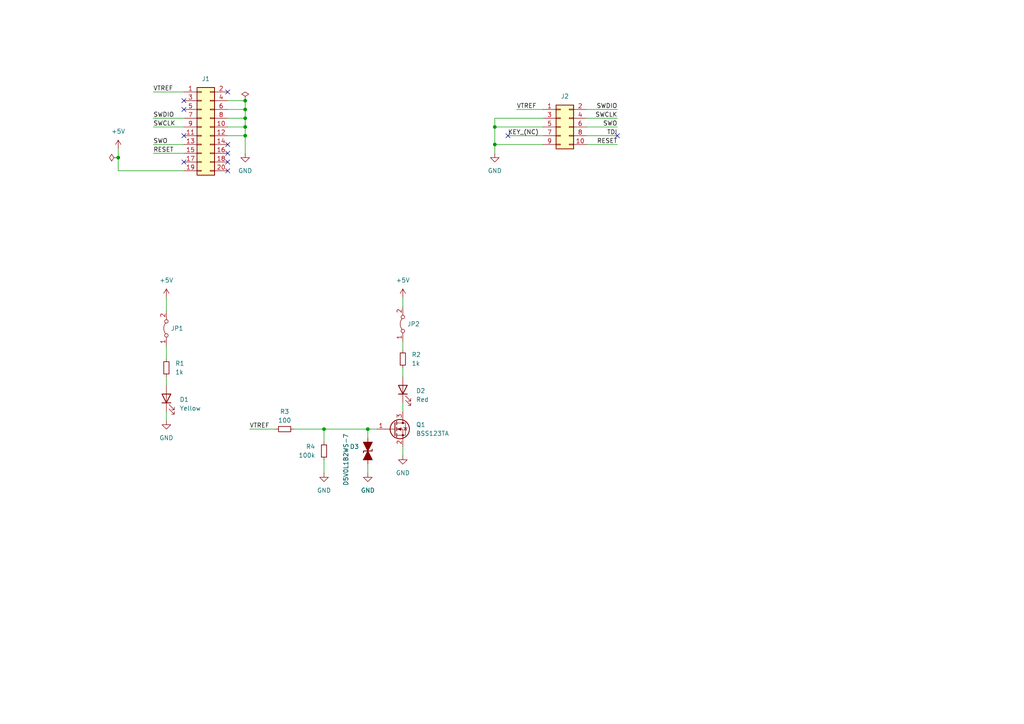
<source format=kicad_sch>
(kicad_sch (version 20230121) (generator eeschema)
  (paper "A4")
  (title_block (title "jlink-adapter") (rev "0.0") (company "SK Electronics Consulting"))
  (lib_symbols
    (symbol "Connector_Generic:Conn_02x05_Odd_Even" (pin_names (offset 1.016) hide)
      (property "Reference" "J" (at 1.27 7.62 0))
      (property "Value" "Conn_02x05_Odd_Even" (at 1.27 -7.62 0))
      (symbol "Conn_02x05_Odd_Even_1_1"
        (rectangle (start -1.27 -4.953) (end 0 -5.207) (stroke (width 0.1524)))
        (rectangle (start -1.27 -2.413) (end 0 -2.667) (stroke (width 0.1524)))
        (rectangle (start -1.27 0.127) (end 0 -0.127) (stroke (width 0.1524)))
        (rectangle (start -1.27 2.667) (end 0 2.413) (stroke (width 0.1524)))
        (rectangle (start -1.27 5.207) (end 0 4.953) (stroke (width 0.1524)))
        (rectangle (start -1.27 6.35) (end 3.81 -6.35) (stroke (width 0.254)) (fill (type background)))
        (rectangle (start 3.81 -4.953) (end 2.54 -5.207) (stroke (width 0.1524)))
        (rectangle (start 3.81 -2.413) (end 2.54 -2.667) (stroke (width 0.1524)))
        (rectangle (start 3.81 0.127) (end 2.54 -0.127) (stroke (width 0.1524)))
        (rectangle (start 3.81 2.667) (end 2.54 2.413) (stroke (width 0.1524)))
        (rectangle (start 3.81 5.207) (end 2.54 4.953) (stroke (width 0.1524)))
        (pin passive line (at -5.08 5.08 0) (length 3.81) (name "Pin_1") (number "1"))
        (pin passive line (at 7.62 -5.08 180) (length 3.81) (name "Pin_10") (number "10"))
        (pin passive line (at 7.62 5.08 180) (length 3.81) (name "Pin_2") (number "2"))
        (pin passive line (at -5.08 2.54 0) (length 3.81) (name "Pin_3") (number "3"))
        (pin passive line (at 7.62 2.54 180) (length 3.81) (name "Pin_4") (number "4"))
        (pin passive line (at -5.08 0 0) (length 3.81) (name "Pin_5") (number "5"))
        (pin passive line (at 7.62 0 180) (length 3.81) (name "Pin_6") (number "6"))
        (pin passive line (at -5.08 -2.54 0) (length 3.81) (name "Pin_7") (number "7"))
        (pin passive line (at 7.62 -2.54 180) (length 3.81) (name "Pin_8") (number "8"))
        (pin passive line (at -5.08 -5.08 0) (length 3.81) (name "Pin_9") (number "9"))
      )
    )
    (symbol "Connector_Generic:Conn_02x10_Odd_Even" (pin_names (offset 1.016) hide)
      (property "Reference" "J" (at 1.27 12.7 0))
      (property "Value" "Conn_02x10_Odd_Even" (at 1.27 -15.24 0))
      (symbol "Conn_02x10_Odd_Even_1_1"
        (rectangle (start -1.27 -12.573) (end 0 -12.827) (stroke (width 0.1524)))
        (rectangle (start -1.27 -10.033) (end 0 -10.287) (stroke (width 0.1524)))
        (rectangle (start -1.27 -7.493) (end 0 -7.747) (stroke (width 0.1524)))
        (rectangle (start -1.27 -4.953) (end 0 -5.207) (stroke (width 0.1524)))
        (rectangle (start -1.27 -2.413) (end 0 -2.667) (stroke (width 0.1524)))
        (rectangle (start -1.27 0.127) (end 0 -0.127) (stroke (width 0.1524)))
        (rectangle (start -1.27 2.667) (end 0 2.413) (stroke (width 0.1524)))
        (rectangle (start -1.27 5.207) (end 0 4.953) (stroke (width 0.1524)))
        (rectangle (start -1.27 7.747) (end 0 7.493) (stroke (width 0.1524)))
        (rectangle (start -1.27 10.287) (end 0 10.033) (stroke (width 0.1524)))
        (rectangle (start -1.27 11.43) (end 3.81 -13.97) (stroke (width 0.254)) (fill (type background)))
        (rectangle (start 3.81 -12.573) (end 2.54 -12.827) (stroke (width 0.1524)))
        (rectangle (start 3.81 -10.033) (end 2.54 -10.287) (stroke (width 0.1524)))
        (rectangle (start 3.81 -7.493) (end 2.54 -7.747) (stroke (width 0.1524)))
        (rectangle (start 3.81 -4.953) (end 2.54 -5.207) (stroke (width 0.1524)))
        (rectangle (start 3.81 -2.413) (end 2.54 -2.667) (stroke (width 0.1524)))
        (rectangle (start 3.81 0.127) (end 2.54 -0.127) (stroke (width 0.1524)))
        (rectangle (start 3.81 2.667) (end 2.54 2.413) (stroke (width 0.1524)))
        (rectangle (start 3.81 5.207) (end 2.54 4.953) (stroke (width 0.1524)))
        (rectangle (start 3.81 7.747) (end 2.54 7.493) (stroke (width 0.1524)))
        (rectangle (start 3.81 10.287) (end 2.54 10.033) (stroke (width 0.1524)))
        (pin passive line (at -5.08 10.16 0) (length 3.81) (name "Pin_1") (number "1"))
        (pin passive line (at 7.62 0 180) (length 3.81) (name "Pin_10") (number "10"))
        (pin passive line (at -5.08 -2.54 0) (length 3.81) (name "Pin_11") (number "11"))
        (pin passive line (at 7.62 -2.54 180) (length 3.81) (name "Pin_12") (number "12"))
        (pin passive line (at -5.08 -5.08 0) (length 3.81) (name "Pin_13") (number "13"))
        (pin passive line (at 7.62 -5.08 180) (length 3.81) (name "Pin_14") (number "14"))
        (pin passive line (at -5.08 -7.62 0) (length 3.81) (name "Pin_15") (number "15"))
        (pin passive line (at 7.62 -7.62 180) (length 3.81) (name "Pin_16") (number "16"))
        (pin passive line (at -5.08 -10.16 0) (length 3.81) (name "Pin_17") (number "17"))
        (pin passive line (at 7.62 -10.16 180) (length 3.81) (name "Pin_18") (number "18"))
        (pin passive line (at -5.08 -12.7 0) (length 3.81) (name "Pin_19") (number "19"))
        (pin passive line (at 7.62 10.16 180) (length 3.81) (name "Pin_2") (number "2"))
        (pin passive line (at 7.62 -12.7 180) (length 3.81) (name "Pin_20") (number "20"))
        (pin passive line (at -5.08 7.62 0) (length 3.81) (name "Pin_3") (number "3"))
        (pin passive line (at 7.62 7.62 180) (length 3.81) (name "Pin_4") (number "4"))
        (pin passive line (at -5.08 5.08 0) (length 3.81) (name "Pin_5") (number "5"))
        (pin passive line (at 7.62 5.08 180) (length 3.81) (name "Pin_6") (number "6"))
        (pin passive line (at -5.08 2.54 0) (length 3.81) (name "Pin_7") (number "7"))
        (pin passive line (at 7.62 2.54 180) (length 3.81) (name "Pin_8") (number "8"))
        (pin passive line (at -5.08 0 0) (length 3.81) (name "Pin_9") (number "9"))
      )
    )
    (symbol "Device:D_TVS_Filled" (pin_numbers hide) (pin_names (offset 1.016) hide)
      (property "Reference" "D" (at 0 2.54 0))
      (property "Value" "D_TVS_Filled" (at 0 -2.54 0))
      (symbol "D_TVS_Filled_0_1"
        (polyline (pts (xy 1.27 0) (xy -1.27 0)))
        (polyline (pts (xy -2.54 -1.27) (xy 0 0) (xy -2.54 1.27) (xy -2.54 -1.27)) (stroke (width 0.254)) (fill (type outline)))
        (polyline (pts (xy 0.508 1.27) (xy 0 1.27) (xy 0 -1.27) (xy -0.508 -1.27)) (stroke (width 0.254)))
        (polyline (pts (xy 2.54 1.27) (xy 2.54 -1.27) (xy 0 0) (xy 2.54 1.27)) (stroke (width 0.254)) (fill (type outline)))
      )
      (symbol "D_TVS_Filled_1_1"
        (pin passive line (at -3.81 0 0) (length 2.54) (name "A1") (number "1"))
        (pin passive line (at 3.81 0 180) (length 2.54) (name "A2") (number "2"))
      )
    )
    (symbol "Device:LED" (pin_numbers hide) (pin_names (offset 1.016) hide)
      (property "Reference" "D" (at 0 2.54 0))
      (property "Value" "LED" (at 0 -2.54 0))
      (symbol "LED_0_1"
        (polyline (pts (xy -1.27 -1.27) (xy -1.27 1.27)) (stroke (width 0.254)))
        (polyline (pts (xy -1.27 0) (xy 1.27 0)))
        (polyline (pts (xy 1.27 -1.27) (xy 1.27 1.27) (xy -1.27 0) (xy 1.27 -1.27)) (stroke (width 0.254)))
        (polyline (pts (xy -3.048 -0.762) (xy -4.572 -2.286) (xy -3.81 -2.286) (xy -4.572 -2.286) (xy -4.572 -1.524)))
        (polyline (pts (xy -1.778 -0.762) (xy -3.302 -2.286) (xy -2.54 -2.286) (xy -3.302 -2.286) (xy -3.302 -1.524)))
      )
      (symbol "LED_1_1"
        (pin passive line (at -3.81 0 0) (length 2.54) (name "K") (number "1"))
        (pin passive line (at 3.81 0 180) (length 2.54) (name "A") (number "2"))
      )
    )
    (symbol "Device:Q_NMOS_GSD" (pin_names (offset 0) hide)
      (property "Reference" "Q" (at 5.08 1.27 0))
      (property "Value" "Q_NMOS_GSD" (at 5.08 -1.27 0))
      (symbol "Q_NMOS_GSD_0_1"
        (polyline (pts (xy 0.254 0) (xy -2.54 0)))
        (polyline (pts (xy 0.254 1.905) (xy 0.254 -1.905)) (stroke (width 0.254)))
        (polyline (pts (xy 0.762 -1.27) (xy 0.762 -2.286)) (stroke (width 0.254)))
        (polyline (pts (xy 0.762 0.508) (xy 0.762 -0.508)) (stroke (width 0.254)))
        (polyline (pts (xy 0.762 2.286) (xy 0.762 1.27)) (stroke (width 0.254)))
        (polyline (pts (xy 2.54 2.54) (xy 2.54 1.778)))
        (polyline (pts (xy 2.54 -2.54) (xy 2.54 0) (xy 0.762 0)))
        (polyline (pts (xy 0.762 -1.778) (xy 3.302 -1.778) (xy 3.302 1.778) (xy 0.762 1.778)))
        (polyline (pts (xy 1.016 0) (xy 2.032 0.381) (xy 2.032 -0.381) (xy 1.016 0)) (fill (type outline)))
        (polyline (pts (xy 2.794 0.508) (xy 2.921 0.381) (xy 3.683 0.381) (xy 3.81 0.254)))
        (polyline (pts (xy 3.302 0.381) (xy 2.921 -0.254) (xy 3.683 -0.254) (xy 3.302 0.381)))
        (circle (center 1.651 0) (radius 2.794) (stroke (width 0.254)))
        (circle (center 2.54 -1.778) (radius 0.254) (fill (type outline)))
        (circle (center 2.54 1.778) (radius 0.254) (fill (type outline)))
      )
      (symbol "Q_NMOS_GSD_1_1"
        (pin input line (at -5.08 0 0) (length 2.54) (name "G") (number "1"))
        (pin passive line (at 2.54 -5.08 90) (length 2.54) (name "S") (number "2"))
        (pin passive line (at 2.54 5.08 270) (length 2.54) (name "D") (number "3"))
      )
    )
    (symbol "Device:R_Small" (pin_numbers hide) (pin_names (offset 0.254) hide)
      (property "Reference" "R" (at 0.762 0.508 0))
      (property "Value" "R_Small" (at 0.762 -1.016 0))
      (symbol "R_Small_0_1"
        (rectangle (start -0.762 1.778) (end 0.762 -1.778) (stroke (width 0.2032)))
      )
      (symbol "R_Small_1_1"
        (pin passive line (at 0 2.54 270) (length 0.762) (name "~") (number "1"))
        (pin passive line (at 0 -2.54 90) (length 0.762) (name "~") (number "2"))
      )
    )
    (symbol "Jumper:Jumper_2_Bridged" (pin_names (offset 0) hide)
      (property "Reference" "JP" (at 0 1.905 0))
      (property "Value" "Jumper_2_Bridged" (at 0 -2.54 0))
      (symbol "Jumper_2_Bridged_0_0"
        (circle (center -2.032 0) (radius 0.508))
        (circle (center 2.032 0) (radius 0.508))
      )
      (symbol "Jumper_2_Bridged_0_1"
        (arc (start 1.524 0.254) (mid 0 0.762) (end -1.524 0.254))
      )
      (symbol "Jumper_2_Bridged_1_1"
        (pin passive line (at -5.08 0 0) (length 2.54) (name "A") (number "1"))
        (pin passive line (at 5.08 0 180) (length 2.54) (name "B") (number "2"))
      )
    )
    (symbol "power:+5V" (power) (pin_names (offset 0))
      (property "Value" "+5V" (at 0 3.556 0))
      (symbol "+5V_0_1"
        (polyline (pts (xy -0.762 1.27) (xy 0 2.54)))
        (polyline (pts (xy 0 0) (xy 0 2.54)))
        (polyline (pts (xy 0 2.54) (xy 0.762 1.27)))
      )
      (symbol "+5V_1_1"
        (pin power_in line (at 0 0 90) (length 0) hide (name "+5V") (number "1"))
      )
    )
    (symbol "power:GND" (power) (pin_names (offset 0))
      (property "Value" "GND" (at 0 -3.81 0))
      (symbol "GND_0_1"
        (polyline (pts (xy 0 0) (xy 0 -1.27) (xy 1.27 -1.27) (xy 0 -2.54) (xy -1.27 -1.27) (xy 0 -1.27)))
      )
      (symbol "GND_1_1"
        (pin power_in line (at 0 0 270) (length 0) hide (name "GND") (number "1"))
      )
    )
    (symbol "power:PWR_FLAG" (power) (pin_numbers hide) (pin_names (offset 0) hide)
      (property "Value" "PWR_FLAG" (at 0 3.81 0))
      (symbol "PWR_FLAG_0_0"
        (pin power_out line (at 0 0 90) (length 0) (name "pwr") (number "1"))
      )
      (symbol "PWR_FLAG_0_1"
        (polyline (pts (xy 0 0) (xy 0 1.27) (xy -1.016 1.905) (xy 0 2.54) (xy 1.016 1.905) (xy 0 1.27)))
      )
    )
  )
  (junction (at 71.12 36.83))
  (junction (at 93.98 124.46))
  (junction (at 143.51 36.83))
  (junction (at 34.29 45.72))
  (junction (at 71.12 34.29))
  (junction (at 106.68 124.46))
  (junction (at 71.12 31.75))
  (junction (at 143.51 41.91))
  (junction (at 71.12 39.37))
  (junction (at 71.12 29.21))
  (no_connect (at 66.04 49.53))
  (no_connect (at 66.04 46.99))
  (no_connect (at 147.32 39.37))
  (no_connect (at 53.34 31.75))
  (no_connect (at 66.04 26.67))
  (no_connect (at 179.07 39.37))
  (no_connect (at 53.34 39.37))
  (no_connect (at 53.34 46.99))
  (no_connect (at 66.04 41.91))
  (no_connect (at 53.34 29.21))
  (no_connect (at 66.04 44.45))
  (wire (pts (xy 71.12 29.21) (xy 71.12 31.75)))
  (wire (pts (xy 93.98 124.46) (xy 106.68 124.46)))
  (wire (pts (xy 34.29 45.72) (xy 34.29 43.18)))
  (wire (pts (xy 143.51 36.83) (xy 157.48 36.83)))
  (wire (pts (xy 143.51 41.91) (xy 157.48 41.91)))
  (wire (pts (xy 116.84 86.36) (xy 116.84 88.9)))
  (wire (pts (xy 71.12 31.75) (xy 66.04 31.75)))
  (wire (pts (xy 85.09 124.46) (xy 93.98 124.46)))
  (wire (pts (xy 170.18 41.91) (xy 179.07 41.91)))
  (wire (pts (xy 116.84 99.06) (xy 116.84 101.6)))
  (wire (pts (xy 170.18 39.37) (xy 179.07 39.37)))
  (wire (pts (xy 93.98 133.35) (xy 93.98 137.16)))
  (wire (pts (xy 71.12 36.83) (xy 66.04 36.83)))
  (wire (pts (xy 106.68 127) (xy 106.68 124.46)))
  (wire (pts (xy 106.68 134.62) (xy 106.68 137.16)))
  (wire (pts (xy 71.12 29.21) (xy 66.04 29.21)))
  (wire (pts (xy 143.51 34.29) (xy 157.48 34.29)))
  (wire (pts (xy 143.51 41.91) (xy 143.51 44.45)))
  (wire (pts (xy 71.12 39.37) (xy 71.12 44.45)))
  (wire (pts (xy 71.12 36.83) (xy 71.12 39.37)))
  (wire (pts (xy 44.45 44.45) (xy 53.34 44.45)))
  (wire (pts (xy 44.45 34.29) (xy 53.34 34.29)))
  (wire (pts (xy 143.51 34.29) (xy 143.51 36.83)))
  (wire (pts (xy 48.26 86.36) (xy 48.26 90.17)))
  (wire (pts (xy 72.39 124.46) (xy 80.01 124.46)))
  (wire (pts (xy 44.45 26.67) (xy 53.34 26.67)))
  (wire (pts (xy 116.84 106.68) (xy 116.84 109.22)))
  (wire (pts (xy 116.84 116.84) (xy 116.84 119.38)))
  (wire (pts (xy 48.26 109.22) (xy 48.26 111.76)))
  (wire (pts (xy 71.12 31.75) (xy 71.12 34.29)))
  (wire (pts (xy 44.45 36.83) (xy 53.34 36.83)))
  (wire (pts (xy 170.18 34.29) (xy 179.07 34.29)))
  (wire (pts (xy 34.29 49.53) (xy 34.29 45.72)))
  (wire (pts (xy 48.26 119.38) (xy 48.26 121.92)))
  (wire (pts (xy 143.51 36.83) (xy 143.51 41.91)))
  (wire (pts (xy 147.32 39.37) (xy 157.48 39.37)))
  (wire (pts (xy 170.18 31.75) (xy 179.07 31.75)))
  (wire (pts (xy 93.98 124.46) (xy 93.98 128.27)))
  (wire (pts (xy 149.86 31.75) (xy 157.48 31.75)))
  (wire (pts (xy 170.18 36.83) (xy 179.07 36.83)))
  (wire (pts (xy 71.12 34.29) (xy 71.12 36.83)))
  (wire (pts (xy 116.84 129.54) (xy 116.84 132.08)))
  (wire (pts (xy 71.12 39.37) (xy 66.04 39.37)))
  (wire (pts (xy 106.68 124.46) (xy 109.22 124.46)))
  (wire (pts (xy 71.12 34.29) (xy 66.04 34.29)))
  (wire (pts (xy 48.26 100.33) (xy 48.26 104.14)))
  (wire (pts (xy 44.45 41.91) (xy 53.34 41.91)))
  (wire (pts (xy 53.34 49.53) (xy 34.29 49.53)))
  (label "SWDIO" (at 44.45 34.29 0))
  (label "VTREF" (at 72.39 124.46 0))
  (label "SWCLK" (at 44.45 36.83 0))
  (label "SWCLK" (at 179.07 34.29 180))
  (label "TDI" (at 179.07 39.37 180))
  (label "RESET" (at 44.45 44.45 0))
  (label "RESET" (at 179.07 41.91 180))
  (label "SWDIO" (at 179.07 31.75 180))
  (label "SWO" (at 179.07 36.83 180))
  (label "KEY_(NC)" (at 147.32 39.37 0))
  (label "VTREF" (at 44.45 26.67 0))
  (label "SWO" (at 44.45 41.91 0))
  (label "VTREF" (at 149.86 31.75 0))
  (symbol (lib_id "power:GND") (at 116.84 132.08 0) (unit 1)
    (property "Reference" "#PWR07" (effects hide))
    (property "Value" "GND" (at 116.84 137.16 0))
  )
  (symbol (lib_id "Device:R_Small") (at 116.84 104.14 0) (unit 1)
    (property "Reference" "R2" (at 119.38 102.87 0) (effects (justify left)))
    (property "Value" "1k" (at 119.38 105.41 0) (effects (justify left)))
    (property "Footprint" "Resistor_SMD:R_0402_1005Metric_Pad0.72x0.64mm_HandSolder" (effects hide))
  )
  (symbol (lib_id "power:PWR_FLAG") (at 34.29 45.72 90) (unit 1)
    (property "Reference" "#FLG02" (effects hide))
    (property "Value" "PWR_FLAG" (effects hide))
  )
  (symbol (lib_id "Device:LED") (at 116.84 113.03 90) (unit 1)
    (property "Reference" "D2" (at 120.65 113.3475 90) (effects (justify right)))
    (property "Value" "Red" (at 120.65 115.8875 90) (effects (justify right)))
    (property "Footprint" "LED_SMD:LED_1206_3216Metric_Pad1.42x1.75mm_HandSolder" (effects hide))
    (property "Part Num" "LTST-C150CKT" (effects hide))
  )
  (symbol (lib_id "power:PWR_FLAG") (at 71.12 29.21 0) (unit 1)
    (property "Reference" "#FLG01" (effects hide))
    (property "Value" "PWR_FLAG" (effects hide))
  )
  (symbol (lib_id "Jumper:Jumper_2_Bridged") (at 48.26 95.25 90) (unit 1)
    (property "Reference" "JP1" (at 49.53 95.25 90) (effects (justify right)))
    (property "Value" "Jumper_2_Bridged" (effects hide))
    (property "Footprint" "Jumper:SolderJumper-2_P1.3mm_Bridged_RoundedPad1.0x1.5mm" (effects hide))
  )
  (symbol (lib_id "Connector_Generic:Conn_02x10_Odd_Even") (at 58.42 36.83 0) (unit 1)
    (property "Reference" "J1" (at 59.69 22.86 0))
    (property "Value" "Conn_02x10_Odd_Even" (effects hide))
    (property "Footprint" "Connector_PinHeader_2.54mm:PinHeader_2x10_P2.54mm_Horizontal" (effects hide))
    (property "Mfg" "Sullins Connector Solutions" (effects hide))
    (property "Part Num" "SFH11-PBPC-D10-RA-BK" (effects hide))
  )
  (symbol (lib_id "power:+5V") (at 116.84 86.36 0) (unit 1)
    (property "Reference" "#PWR06" (effects hide))
    (property "Value" "+5V" (at 116.84 81.28 0))
  )
  (symbol (lib_id "Device:Q_NMOS_GSD") (at 114.3 124.46 0) (unit 1)
    (property "Reference" "Q1" (at 120.65 123.19 0) (effects (justify left)))
    (property "Value" "BSS123TA" (at 120.65 125.73 0) (effects (justify left)))
    (property "Footprint" "Package_TO_SOT_SMD:SOT-23" (effects hide))
    (property "Mfg" "Diodes Incorporated" (effects hide))
    (property "Part Num" "BSS123TA" (effects hide))
  )
  (symbol (lib_id "power:+5V") (at 34.29 43.18 0) (unit 1)
    (property "Reference" "#PWR02" (effects hide))
    (property "Value" "+5V" (at 34.29 38.1 0))
  )
  (symbol (lib_id "power:GND") (at 143.51 44.45 0) (unit 1)
    (property "Reference" "#PWR03" (effects hide))
    (property "Value" "GND" (at 143.51 49.53 0))
  )
  (symbol (lib_id "Connector_Generic:Conn_02x05_Odd_Even") (at 162.56 36.83 0) (unit 1)
    (property "Reference" "J2" (at 163.83 27.94 0))
    (property "Value" "Conn_02x05_Odd_Even" (effects hide))
    (property "Footprint" "JLink-adapter:PinHeader_2x05_P1.27mm_Vertical_comb_SMT_TH" (effects hide))
  )
  (symbol (lib_id "Jumper:Jumper_2_Bridged") (at 116.84 93.98 90) (unit 1)
    (property "Reference" "JP2" (at 118.11 93.98 90) (effects (justify right)))
    (property "Value" "Jumper_2_Bridged" (effects hide))
    (property "Footprint" "Jumper:SolderJumper-2_P1.3mm_Bridged_RoundedPad1.0x1.5mm" (effects hide))
  )
  (symbol (lib_id "Device:R_Small") (at 48.26 106.68 0) (unit 1)
    (property "Reference" "R1" (at 50.8 105.41 0) (effects (justify left)))
    (property "Value" "1k" (at 50.8 107.95 0) (effects (justify left)))
    (property "Footprint" "Resistor_SMD:R_0402_1005Metric_Pad0.72x0.64mm_HandSolder" (effects hide))
  )
  (symbol (lib_id "Device:D_TVS_Filled") (at 106.68 130.81 270) (mirror x) (unit 1)
    (property "Reference" "D3" (at 104.14 129.54 90) (effects (justify right)))
    (property "Value" "D5V0L1B2WS-7" (at 100.33 125.73 0) (effects (justify right)))
    (property "Footprint" "Diode_SMD:D_SOD-323_HandSoldering" (effects hide))
    (property "Datasheet" "https://www.diodes.com/assets/Datasheets/D5V0L1B2WS.pdf" (effects hide))
    (property "Mfg" "Diodes Inc" (effects hide))
    (property "Part Num" "D5V0L1B2WS-7" (effects hide))
  )
  (symbol (lib_id "power:GND") (at 93.98 137.16 0) (unit 1)
    (property "Reference" "#PWR010" (effects hide))
    (property "Value" "GND" (at 93.98 142.24 0))
  )
  (symbol (lib_id "power:GND") (at 48.26 121.92 0) (unit 1)
    (property "Reference" "#PWR05" (effects hide))
    (property "Value" "GND" (at 48.26 127 0))
  )
  (symbol (lib_id "Device:R_Small") (at 82.55 124.46 90) (unit 1)
    (property "Reference" "R3" (at 82.55 119.38 90))
    (property "Value" "100" (at 82.55 121.92 90))
    (property "Footprint" "Resistor_SMD:R_0402_1005Metric_Pad0.72x0.64mm_HandSolder" (effects hide))
  )
  (symbol (lib_id "Device:R_Small") (at 93.98 130.81 0) (mirror y) (unit 1)
    (property "Reference" "R4" (at 91.44 129.54 0) (effects (justify left)))
    (property "Value" "100k" (at 91.44 132.08 0) (effects (justify left)))
    (property "Footprint" "Resistor_SMD:R_0402_1005Metric_Pad0.72x0.64mm_HandSolder" (effects hide))
  )
  (symbol (lib_id "power:GND") (at 106.68 137.16 0) (unit 1)
    (property "Reference" "#PWR08" (effects hide))
    (property "Value" "GND" (at 106.68 142.24 0))
  )
  (symbol (lib_id "power:GND") (at 71.12 44.45 0) (unit 1)
    (property "Reference" "#PWR01" (effects hide))
    (property "Value" "GND" (at 71.12 49.53 0))
  )
  (symbol (lib_id "power:+5V") (at 48.26 86.36 0) (unit 1)
    (property "Reference" "#PWR04" (effects hide))
    (property "Value" "+5V" (at 48.26 81.28 0))
  )
  (symbol (lib_id "Device:LED") (at 48.26 115.57 90) (unit 1)
    (property "Reference" "D1" (at 52.07 115.8875 90) (effects (justify right)))
    (property "Value" "Yellow" (at 52.07 118.4275 90) (effects (justify right)))
    (property "Footprint" "LED_SMD:LED_1206_3216Metric_Pad1.42x1.75mm_HandSolder" (effects hide))
    (property "Part Num" "LTST-C150YKT" (effects hide))
  )
)
</source>
